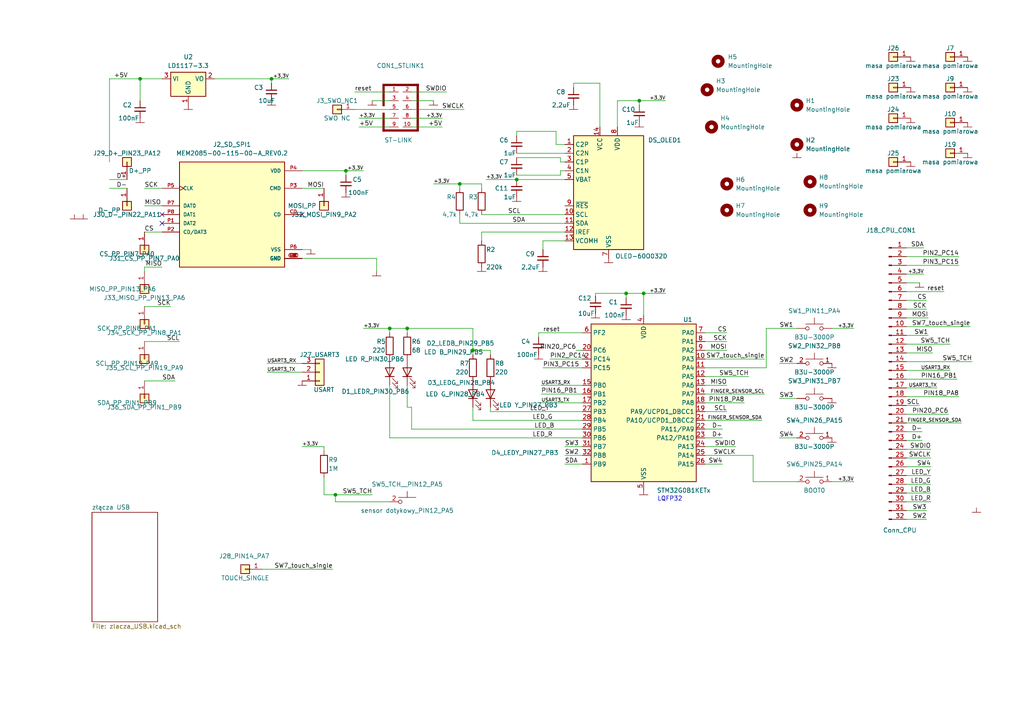
<source format=kicad_sch>
(kicad_sch (version 20250114) (generator "eeschema") (generator_version "9.0")
  (paper "A4")
  (title_block (title "Secure input PEN") (date "2024-07-23") (rev "1.0") (company "Wojtek & co"))
  (text "LQFP32" (at 194.31 144.78 0) (effects (font (size 1.27 1.27))))
  (junction (at 78.74 22.86))
  (junction (at 137.16 101.6))
  (junction (at 100.33 49.53))
  (junction (at 186.69 85.09))
  (junction (at 118.11 95.25))
  (junction (at 185.42 29.21))
  (junction (at 40.64 22.86))
  (junction (at 113.03 95.25))
  (junction (at 149.86 52.07))
  (junction (at 181.61 85.09))
  (junction (at 97.282 143.51))
  (junction (at 133.35 53.34))
  (no_connect (at 87.63 62.23))
  (no_connect (at 46.99 62.23))
  (no_connect (at 46.99 64.77))
  (wire (pts (xy 204.47 127) (xy 209.55 127)))
  (wire (pts (xy 204.47 129.54) (xy 213.36 129.54)))
  (wire (pts (xy 102.87 26.67) (xy 113.03 26.67)))
  (wire (pts (xy 149.86 50.8) (xy 162.56 50.8)))
  (wire (pts (xy 113.03 111.76) (xy 113.03 127)))
  (wire (pts (xy 262.89 82.042) (xy 266.7 82.042)))
  (wire (pts (xy 156.972 116.84) (xy 168.91 116.84)))
  (wire (pts (xy 262.89 130.302) (xy 270.002 130.302)))
  (wire (pts (xy 204.47 99.06) (xy 210.82 99.06)))
  (wire (pts (xy 104.14 34.29) (xy 113.03 34.29)))
  (wire (pts (xy 137.16 118.11) (xy 137.16 121.92)))
  (wire (pts (xy 149.86 52.07) (xy 163.83 52.07)))
  (wire (pts (xy 262.89 120.142) (xy 275.082 120.142)))
  (wire (pts (xy 133.35 64.77) (xy 163.83 64.77)))
  (wire (pts (xy 262.89 143.002) (xy 270.002 143.002)))
  (wire (pts (xy 167.132 101.6) (xy 168.91 101.6)))
  (wire (pts (xy 262.89 107.442) (xy 275.59 107.442)))
  (wire (pts (xy 262.89 89.662) (xy 268.732 89.662)))
  (wire (pts (xy 262.89 127.762) (xy 267.462 127.762)))
  (wire (pts (xy 156.972 111.76) (xy 168.91 111.76)))
  (wire (pts (xy 119.38 124.46) (xy 168.91 124.46)))
  (wire (pts (xy 262.89 76.962) (xy 278.13 76.962)))
  (wire (pts (xy 119.38 118.11) (xy 119.38 124.46)))
  (wire (pts (xy 78.74 22.86) (xy 83.82 22.86)))
  (wire (pts (xy 142.24 101.6) (xy 137.16 101.6)))
  (wire (pts (xy 78.74 22.86) (xy 78.74 24.13)))
  (wire (pts (xy 104.14 36.83) (xy 113.03 36.83)))
  (wire (pts (xy 226.06 127) (xy 231.14 127)))
  (wire (pts (xy 41.91 54.61) (xy 46.99 54.61)))
  (wire (pts (xy 262.89 104.902) (xy 281.94 104.902)))
  (wire (pts (xy 262.89 92.202) (xy 269.24 92.202)))
  (wire (pts (xy 118.11 111.76) (xy 118.11 118.11)))
  (wire (pts (xy 77.47 107.95) (xy 87.63 107.95)))
  (wire (pts (xy 77.47 105.41) (xy 87.63 105.41)))
  (wire (pts (xy 149.86 39.37) (xy 149.86 38.1)))
  (wire (pts (xy 262.89 132.842) (xy 270.002 132.842)))
  (wire (pts (xy 262.89 79.502) (xy 267.97 79.502)))
  (wire (pts (xy 222.25 106.68) (xy 222.25 95.25)))
  (wire (pts (xy 262.89 112.522) (xy 271.78 112.522)))
  (wire (pts (xy 137.16 95.25) (xy 118.11 95.25)))
  (wire (pts (xy 262.89 117.602) (xy 266.7 117.602)))
  (wire (pts (xy 139.7 62.23) (xy 163.83 62.23)))
  (wire (pts (xy 262.89 74.422) (xy 278.13 74.422)))
  (wire (pts (xy 97.282 145.542) (xy 113.03 145.542)))
  (wire (pts (xy 262.89 150.622) (xy 268.732 150.622)))
  (wire (pts (xy 113.03 127) (xy 168.91 127)))
  (wire (pts (xy 139.7 69.85) (xy 139.7 67.31)))
  (wire (pts (xy 133.35 62.23) (xy 133.35 64.77)))
  (wire (pts (xy 109.22 74.93) (xy 109.22 78.74)))
  (wire (pts (xy 262.89 125.222) (xy 267.462 125.222)))
  (wire (pts (xy 133.35 53.34) (xy 139.7 53.34)))
  (wire (pts (xy 87.63 49.53) (xy 100.33 49.53)))
  (wire (pts (xy 262.89 115.062) (xy 278.13 115.062)))
  (wire (pts (xy 119.38 31.75) (xy 134.62 31.75)))
  (wire (pts (xy 262.89 109.982) (xy 277.622 109.982)))
  (wire (pts (xy 162.56 49.53) (xy 163.83 49.53)))
  (wire (pts (xy 149.86 38.1) (xy 161.29 38.1)))
  (wire (pts (xy 262.89 84.582) (xy 273.812 84.582)))
  (wire (pts (xy 93.98 138.43) (xy 93.98 143.51)))
  (wire (pts (xy 157.48 106.68) (xy 168.91 106.68)))
  (wire (pts (xy 204.47 111.76) (xy 210.82 111.76)))
  (wire (pts (xy 204.47 116.84) (xy 215.9 116.84)))
  (wire (pts (xy 162.56 45.72) (xy 162.56 46.99)))
  (wire (pts (xy 41.91 59.69) (xy 46.99 59.69)))
  (wire (pts (xy 140.97 52.07) (xy 149.86 52.07)))
  (wire (pts (xy 204.47 134.62) (xy 209.55 134.62)))
  (wire (pts (xy 204.47 106.68) (xy 222.25 106.68)))
  (wire (pts (xy 113.03 95.25) (xy 113.03 96.52)))
  (wire (pts (xy 262.89 71.882) (xy 267.97 71.882)))
  (wire (pts (xy 41.91 110.49) (xy 50.8 110.49)))
  (wire (pts (xy 204.47 121.92) (xy 220.98 121.92)))
  (wire (pts (xy 87.63 72.39) (xy 90.17 72.39)))
  (wire (pts (xy 137.16 95.25) (xy 137.16 101.6)))
  (wire (pts (xy 204.47 109.22) (xy 217.17 109.22)))
  (wire (pts (xy 262.89 140.462) (xy 270.002 140.462)))
  (wire (pts (xy 204.47 104.14) (xy 221.742 104.14)))
  (wire (pts (xy 163.83 129.54) (xy 168.91 129.54)))
  (wire (pts (xy 241.3 139.7) (xy 247.65 139.7)))
  (wire (pts (xy 118.11 95.25) (xy 113.03 95.25)))
  (wire (pts (xy 31.75 52.07) (xy 36.83 52.07)))
  (wire (pts (xy 172.72 85.09) (xy 181.61 85.09)))
  (wire (pts (xy 93.98 143.51) (xy 97.282 143.51)))
  (wire (pts (xy 31.75 54.61) (xy 36.83 54.61)))
  (wire (pts (xy 179.07 29.21) (xy 179.07 36.83)))
  (wire (pts (xy 262.89 99.822) (xy 275.59 99.822)))
  (wire (pts (xy 262.89 145.542) (xy 270.002 145.542)))
  (wire (pts (xy 97.282 143.51) (xy 97.282 145.542)))
  (wire (pts (xy 218.44 139.7) (xy 218.44 132.08)))
  (wire (pts (xy 226.06 105.41) (xy 231.14 105.41)))
  (wire (pts (xy 186.69 85.09) (xy 193.04 85.09)))
  (wire (pts (xy 185.42 30.48) (xy 185.42 29.21)))
  (wire (pts (xy 40.64 22.86) (xy 31.75 22.86)))
  (wire (pts (xy 100.33 49.53) (xy 100.33 50.8)))
  (wire (pts (xy 149.86 44.45) (xy 163.83 44.45)))
  (wire (pts (xy 40.64 22.86) (xy 40.64 29.21)))
  (wire (pts (xy 163.83 134.62) (xy 168.91 134.62)))
  (wire (pts (xy 119.38 34.29) (xy 128.27 34.29)))
  (wire (pts (xy 222.25 95.25) (xy 231.14 95.25)))
  (wire (pts (xy 163.83 132.08) (xy 168.91 132.08)))
  (wire (pts (xy 142.24 102.87) (xy 142.24 101.6)))
  (wire (pts (xy 102.87 31.75) (xy 113.03 31.75)))
  (wire (pts (xy 204.47 132.08) (xy 218.44 132.08)))
  (wire (pts (xy 41.91 77.47) (xy 41.91 78.74)))
  (wire (pts (xy 157.48 69.85) (xy 163.83 69.85)))
  (wire (pts (xy 119.38 29.21) (xy 125.73 29.21)))
  (wire (pts (xy 137.16 121.92) (xy 168.91 121.92)))
  (wire (pts (xy 262.89 148.082) (xy 268.732 148.082)))
  (wire (pts (xy 161.29 41.91) (xy 163.83 41.91)))
  (wire (pts (xy 262.89 97.282) (xy 269.24 97.282)))
  (wire (pts (xy 168.91 119.38) (xy 142.24 119.38)))
  (wire (pts (xy 87.63 129.54) (xy 93.98 129.54)))
  (wire (pts (xy 107.95 29.21) (xy 113.03 29.21)))
  (wire (pts (xy 139.7 53.34) (xy 139.7 54.61)))
  (wire (pts (xy 62.23 22.86) (xy 78.74 22.86)))
  (wire (pts (xy 156.21 97.79) (xy 156.21 96.52)))
  (wire (pts (xy 46.99 77.47) (xy 41.91 77.47)))
  (wire (pts (xy 41.91 88.9) (xy 49.53 88.9)))
  (wire (pts (xy 156.972 114.3) (xy 168.91 114.3)))
  (wire (pts (xy 139.7 67.31) (xy 163.83 67.31)))
  (wire (pts (xy 31.75 22.86) (xy 31.75 46.99)))
  (wire (pts (xy 262.89 135.382) (xy 270.002 135.382)))
  (wire (pts (xy 119.38 26.67) (xy 129.54 26.67)))
  (wire (pts (xy 231.14 139.7) (xy 218.44 139.7)))
  (wire (pts (xy 204.47 96.52) (xy 210.82 96.52)))
  (wire (pts (xy 241.3 95.25) (xy 247.65 95.25)))
  (wire (pts (xy 204.47 124.46) (xy 209.55 124.46)))
  (wire (pts (xy 133.35 53.34) (xy 133.35 54.61)))
  (wire (pts (xy 262.89 94.742) (xy 281.432 94.742)))
  (wire (pts (xy 173.99 24.13) (xy 173.99 36.83)))
  (wire (pts (xy 172.72 85.852) (xy 172.72 85.09)))
  (wire (pts (xy 156.21 96.52) (xy 168.91 96.52)))
  (wire (pts (xy 118.11 96.52) (xy 118.11 95.25)))
  (wire (pts (xy 226.06 115.57) (xy 231.14 115.57)))
  (wire (pts (xy 87.63 74.93) (xy 109.22 74.93)))
  (wire (pts (xy 100.33 49.53) (xy 105.41 49.53)))
  (wire (pts (xy 157.48 72.39) (xy 157.48 69.85)))
  (wire (pts (xy 262.89 87.122) (xy 268.732 87.122)))
  (wire (pts (xy 76.2 165.1) (xy 96.52 165.1)))
  (wire (pts (xy 105.41 95.25) (xy 113.03 95.25)))
  (wire (pts (xy 204.47 119.38) (xy 210.82 119.38)))
  (wire (pts (xy 181.61 86.36) (xy 181.61 85.09)))
  (wire (pts (xy 137.16 102.87) (xy 137.16 101.6)))
  (wire (pts (xy 161.29 38.1) (xy 161.29 41.91)))
  (wire (pts (xy 185.42 29.21) (xy 179.07 29.21)))
  (wire (pts (xy 40.64 22.86) (xy 46.99 22.86)))
  (wire (pts (xy 149.86 45.72) (xy 162.56 45.72)))
  (wire (pts (xy 41.91 99.06) (xy 52.07 99.06)))
  (wire (pts (xy 93.98 129.54) (xy 93.98 130.81)))
  (wire (pts (xy 262.89 122.682) (xy 278.892 122.682)))
  (wire (pts (xy 181.61 85.09) (xy 186.69 85.09)))
  (wire (pts (xy 87.63 54.61) (xy 93.98 54.61)))
  (wire (pts (xy 262.89 102.362) (xy 270.51 102.362)))
  (wire (pts (xy 186.69 85.09) (xy 186.69 91.44)))
  (wire (pts (xy 159.512 104.14) (xy 168.91 104.14)))
  (wire (pts (xy 162.56 46.99) (xy 163.83 46.99)))
  (wire (pts (xy 204.47 114.3) (xy 221.742 114.3)))
  (wire (pts (xy 41.91 67.31) (xy 46.99 67.31)))
  (wire (pts (xy 125.73 53.34) (xy 133.35 53.34)))
  (wire (pts (xy 262.89 137.922) (xy 270.002 137.922)))
  (wire (pts (xy 166.37 24.13) (xy 173.99 24.13)))
  (wire (pts (xy 97.282 143.51) (xy 107.95 143.51)))
  (wire (pts (xy 119.38 36.83) (xy 128.27 36.83)))
  (wire (pts (xy 142.24 118.11) (xy 142.24 119.38)))
  (wire (pts (xy 185.42 29.21) (xy 193.04 29.21)))
  (wire (pts (xy 162.56 50.8) (xy 162.56 49.53)))
  (wire (pts (xy 118.11 118.11) (xy 119.38 118.11)))
  (wire (pts (xy 166.37 25.4) (xy 166.37 24.13)))
  (wire (pts (xy 204.47 101.6) (xy 210.82 101.6)))
  (label "USART3_TX" (at 77.47 107.95 0) (effects (font (size 1 1))))
  (label "MOSI" (at 269.24 92.202 180))
  (label "MISO" (at 270.51 102.362 180))
  (label "SDA" (at 50.8 110.49 180))
  (label "SW2" (at 226.06 105.41 0))
  (label "MOSI" (at 210.82 101.6 180))
  (label "LED_R" (at 154.432 127 0))
  (label "+3,3V" (at 193.04 85.09 180) (effects (font (size 1 1))))
  (label "LED_G" (at 154.432 121.92 0))
  (label "USART3_RX" (at 77.47 105.41 0) (effects (font (size 1 1))))
  (label "LED_Y" (at 270.002 137.922 180))
  (label "PIN16_PB1" (at 156.972 114.3 0))
  (label "+3,3V" (at 128.27 34.29 180) (effects (font (size 1 1))))
  (label "SDA" (at 148.59 64.77 0))
  (label "SW5_TCH" (at 217.17 109.22 180))
  (label "SW5_TCH" (at 275.59 99.822 180))
  (label "+5V" (at 104.14 36.83 0))
  (label "D-" (at 36.83 54.61 180))
  (label "SWDIO" (at 213.36 129.54 180))
  (label "LED_G" (at 270.002 140.462 180))
  (label "MOSI" (at 93.98 54.61 180))
  (label "SCK" (at 49.53 88.9 180))
  (label "SWDIO" (at 129.54 26.67 180))
  (label "PIN2_PC14" (at 278.13 74.422 180))
  (label "+3,3V" (at 125.73 53.34 0) (effects (font (size 1 1))))
  (label "SCL" (at 52.07 99.06 180))
  (label "+3,3V" (at 83.82 22.86 180) (effects (font (size 1 1))))
  (label "SW1" (at 226.06 95.25 0))
  (label "+5V" (at 128.27 36.83 180))
  (label "SCL" (at 147.32 62.23 0))
  (label "CS" (at 268.732 87.122 180))
  (label "+3,3V" (at 104.14 34.29 0) (effects (font (size 1 1))))
  (label "+3,3V" (at 105.41 95.25 0) (effects (font (size 1 1))))
  (label "SW1" (at 269.24 97.282 180))
  (label "D+" (at 267.462 127.762 180))
  (label "PIN16_PB1" (at 277.622 109.982 180))
  (label "FINGER_SENSOR_SDA" (at 220.98 121.92 180) (effects (font (size 1 1))))
  (label "SCL" (at 266.7 117.602 180))
  (label "PIN3_PC15" (at 278.13 76.962 180))
  (label "SW3" (at 226.06 115.57 0))
  (label "D-" (at 267.462 125.222 180))
  (label "SDA" (at 267.97 71.882 180))
  (label "PIN18_PA8" (at 215.9 116.84 180))
  (label "USART3_TX" (at 271.78 112.522 180) (effects (font (size 1 1))))
  (label "LED_R" (at 270.002 145.542 180))
  (label "SW2" (at 163.83 132.08 0))
  (label "SW3" (at 268.732 148.082 180))
  (label "reset" (at 157.48 96.52 0))
  (label "LED_B" (at 270.002 143.002 180))
  (label "reset" (at 273.812 84.582 180))
  (label "FINGER_SENSOR_SCL" (at 221.742 114.3 180) (effects (font (size 1 1))))
  (label "SCL" (at 210.82 119.38 180))
  (label "SDA" (at 163.83 134.62 0))
  (label "SW7_touch_single" (at 96.52 165.1 180))
  (label "PIN3_PC15" (at 157.48 106.68 0))
  (label "reset" (at 102.87 26.67 0))
  (label "LED_B" (at 154.94 124.46 0))
  (label "+3,3V" (at 247.65 95.25 180) (effects (font (size 1 1))))
  (label "USART3_RX" (at 156.972 111.76 0) (effects (font (size 1 1))))
  (label "SCK" (at 268.732 89.662 180))
  (label "+3,3V" (at 247.65 139.7 180) (effects (font (size 1 1))))
  (label "CS" (at 210.82 96.52 180))
  (label "SWDIO" (at 270.002 130.302 180))
  (label "PIN20_PC6" (at 275.082 120.142 180))
  (label "SW5_TCH" (at 281.94 104.902 180))
  (label "MISO" (at 46.99 77.47 180))
  (label "D+" (at 209.55 127 180))
  (label "LED_Y" (at 153.67 119.38 0))
  (label "+5V" (at 33.02 22.86 0))
  (label "SW3" (at 163.83 129.54 0))
  (label "SW4" (at 270.002 135.382 180))
  (label "FINGER_SENSOR_SDA" (at 278.892 122.682 180) (effects (font (size 1 1))))
  (label "USART3_RX" (at 275.59 107.442 180) (effects (font (size 1 1))))
  (label "+3,3V" (at 105.41 49.53 180) (effects (font (size 1 1))))
  (label "+3,3V" (at 267.97 79.502 180) (effects (font (size 1 1))))
  (label "SWCLK" (at 270.002 132.842 180))
  (label "SW7_touch_single" (at 221.742 104.14 180))
  (label "SCK" (at 210.82 99.06 180))
  (label "+3,3V" (at 87.63 129.54 0) (effects (font (size 1 1))))
  (label "SWCLK" (at 213.36 132.08 180))
  (label "D-" (at 209.55 124.46 180))
  (label "SW4" (at 226.06 127 0))
  (label "SCK" (at 41.91 54.61 0))
  (label "D+" (at 36.83 52.07 180))
  (label "SW7_touch_single" (at 281.432 94.742 180))
  (label "MISO" (at 210.82 111.76 180))
  (label "PIN2_PC14" (at 159.512 104.14 0))
  (label "USART3_TX" (at 156.972 116.84 0) (effects (font (size 1 1))))
  (label "SWCLK" (at 134.62 31.75 180))
  (label "PIN20_PC6" (at 167.132 101.6 180))
  (label "PIN18_PA8" (at 278.13 115.062 180))
  (label "SW4" (at 209.55 134.62 180))
  (label "SW2" (at 268.732 150.622 180))
  (label "MISO" (at 41.91 59.69 0))
  (label "CS" (at 41.91 67.31 0))
  (label "+3,3V" (at 140.97 52.07 0) (effects (font (size 1 1))))
  (label "+3,3V" (at 193.04 29.21 180) (effects (font (size 1 1))))
  (label "SW5_TCH" (at 107.95 143.51 180))
  (symbol (lib_id "sp3jdz:masa") (at 264.16 25.4 0) (unit 1)
    (property "Reference" "#PWR035" (effects (hide yes)))
    (property "Value" "masa" (effects (hide yes)))
  )
  (symbol (lib_id "Connector_Generic:Conn_01x01") (at 41.91 104.14 270) (unit 1)
    (property "Reference" "J35_SCL_PP_PIN19_PA9" (at 41.91 106.68 90))
    (property "Value" "SCL_PP_PIN19_PA9" (at 36.83 105.41 90))
    (property "Footprint" "foots:1_PIN" (effects (hide yes)))
    (property "Description" "Generic connector, single row, 01x01, script generated (kicad-library-utils/schlib/autogen/connector/)" (effects (hide yes)))
  )
  (symbol (lib_id "Device:R") (at 113.03 100.33 0) (unit 1)
    (property "Reference" "R5" (at 109.22 99.06 0) (effects (justify left)))
    (property "Value" "220" (at 107.95 101.6 0) (effects (justify left)))
    (property "Footprint" "Resistor_SMD:R_0805_2012Metric_Pad1.20x1.40mm_HandSolder" (effects (hide yes)))
    (property "Description" "Resistor" (effects (hide yes)))
  )
  (symbol (lib_id "Connector_Generic:Conn_01x01") (at 275.59 44.45 180) (unit 1)
    (property "Reference" "J19" (at 275.59 41.91 0))
    (property "Value" "masa pomiarowa" (at 275.59 46.99 0))
    (property "Footprint" "foots:masa_pomiarowa" (effects (hide yes)))
    (property "Description" "Generic connector, single row, 01x01, script generated (kicad-library-utils/schlib/autogen/connector/)" (effects (hide yes)))
  )
  (symbol (lib_id "Mechanical:MountingHole") (at 205.105 26.035 0) (unit 1) (exclude_from_sim yes) (in_bom no)
    (property "Reference" "H3" (at 207.645 23.4949 0) (effects (justify left)))
    (property "Value" "MountingHole" (at 207.645 26.0349 0) (effects (justify left)))
    (property "Footprint" "MountingHole:MountingHole_3.2mm_M3" (effects (hide yes)))
    (property "Description" "Mounting Hole without connection" (effects (hide yes)))
  )
  (symbol (lib_id "sp3jdz:masa") (at 166.37 30.48 0) (unit 1)
    (property "Reference" "#PWR019" (effects (hide yes)))
    (property "Value" "masa" (effects (hide yes)))
  )
  (symbol (lib_id "Mechanical:MountingHole") (at 231.14 41.91 0) (unit 1) (exclude_from_sim yes) (in_bom no)
    (property "Reference" "H2" (at 233.68 40.6399 0) (effects (justify left)))
    (property "Value" "MountingHole" (at 233.68 43.1799 0) (effects (justify left)))
    (property "Footprint" "MountingHole:MountingHole_3.2mm_M3" (effects (hide yes)))
    (property "Description" "Mounting Hole without connection" (effects (hide yes)))
  )
  (symbol (lib_id "sp3jdz:masa") (at 280.67 25.4 0) (unit 1)
    (property "Reference" "#PWR032" (effects (hide yes)))
    (property "Value" "masa" (effects (hide yes)))
  )
  (symbol (lib_id "Connector_Generic:Conn_01x01") (at 41.91 72.39 270) (unit 1)
    (property "Reference" "J31_CS_PP_PIN7_PA0" (at 41.91 74.93 90))
    (property "Value" "CS_PP_PIN7_PA0" (at 36.83 73.66 90))
    (property "Footprint" "foots:1_PIN" (effects (hide yes)))
    (property "Description" "Generic connector, single row, 01x01, script generated (kicad-library-utils/schlib/autogen/connector/)" (effects (hide yes)))
  )
  (symbol (lib_id "Device:R") (at 139.7 58.42 0) (unit 1)
    (property "Reference" "R3" (at 135.89 57.15 0) (effects (justify left)))
    (property "Value" "4,7k" (at 134.62 62.23 0) (effects (justify left)))
    (property "Footprint" "Resistor_SMD:R_0805_2012Metric_Pad1.20x1.40mm_HandSolder" (effects (hide yes)))
    (property "Description" "Resistor" (effects (hide yes)))
  )
  (symbol (lib_id "Mechanical:MountingHole") (at 210.82 53.34 0) (unit 1) (exclude_from_sim yes) (in_bom no)
    (property "Reference" "H6" (at 213.36 52.0699 0) (effects (justify left)))
    (property "Value" "MountingHole" (at 213.36 54.6099 0) (effects (justify left)))
    (property "Footprint" "MountingHole:MountingHole_3.2mm_M3" (effects (hide yes)))
    (property "Description" "Mounting Hole without connection" (effects (hide yes)))
  )
  (symbol (lib_id "Mechanical:MountingHole") (at 208.28 17.78 0) (unit 1) (exclude_from_sim yes) (in_bom no)
    (property "Reference" "H5" (at 211.074 16.5099 0) (effects (justify left)))
    (property "Value" "MountingHole" (at 211.074 19.0499 0) (effects (justify left)))
    (property "Footprint" "secure_input_pen:MountingHole_2mm" (effects (hide yes)))
    (property "Description" "Mounting Hole without connection" (effects (hide yes)))
  )
  (symbol (lib_id "Device:R") (at 133.35 58.42 0) (unit 1)
    (property "Reference" "R4" (at 129.54 57.15 0) (effects (justify left)))
    (property "Value" "4,7k" (at 128.27 62.23 0) (effects (justify left)))
    (property "Footprint" "Resistor_SMD:R_0805_2012Metric_Pad1.20x1.40mm_HandSolder" (effects (hide yes)))
    (property "Description" "Resistor" (effects (hide yes)))
  )
  (symbol (lib_id "sp3jdz:masa") (at 241.3 127 0) (unit 1)
    (property "Reference" "#PWR026" (effects (hide yes)))
    (property "Value" "masa" (effects (hide yes)))
  )
  (symbol (lib_id "Mechanical:MountingHole") (at 234.95 60.96 0) (unit 1) (exclude_from_sim yes) (in_bom no)
    (property "Reference" "H9" (at 237.49 59.6899 0) (effects (justify left)))
    (property "Value" "MountingHole" (at 237.49 62.2299 0) (effects (justify left)))
    (property "Footprint" "MountingHole:MountingHole_3.2mm_M3" (effects (hide yes)))
    (property "Description" "Mounting Hole without connection" (effects (hide yes)))
  )
  (symbol (lib_id "Switch:SW_Omron_B3FS") (at 236.22 95.25 0) (unit 1)
    (property "Reference" "SW1_PIN11_PA4" (at 236.22 90.17 0))
    (property "Value" "B3U-3000P" (at 236.22 97.79 0))
    (property "Footprint" "Button_Switch_THT:SW_PUSH_6mm_H4.3mm" (effects (hide yes)))
    (property "Datasheet" "https://omronfs.omron.com/en_US/ecb/products/pdf/en-b3fs.pdf" (effects (hide yes)))
    (property "Description" "Omron B3FS 6x6mm single pole normally-open tactile switch" (effects (hide yes)))
  )
  (symbol (lib_id "Device:R") (at 137.16 106.68 0) (unit 1)
    (property "Reference" "R7" (at 133.35 105.41 0) (effects (justify left)))
    (property "Value" "220" (at 132.08 107.95 0) (effects (justify left)))
    (property "Footprint" "Resistor_SMD:R_0805_2012Metric_Pad1.20x1.40mm_HandSolder" (effects (hide yes)))
    (property "Description" "Resistor" (effects (hide yes)))
  )
  (symbol (lib_id "Device:C_Small") (at 185.42 33.02 0) (unit 1)
    (property "Reference" "C10" (at 180.34 31.75 0) (effects (justify left)))
    (property "Value" "1uF" (at 181.61 35.56 0) (effects (justify left)))
    (property "Footprint" "Capacitor_SMD:C_0805_2012Metric_Pad1.18x1.45mm_HandSolder" (effects (hide yes)))
    (property "Description" "Unpolarized capacitor, small symbol" (effects (hide yes)))
  )
  (symbol (lib_name "SW_Omron_B3FS_3") (lib_id "Switch:SW_Omron_B3FS") (at 118.11 145.542 0) (mirror y) (unit 1)
    (property "Reference" "SW5_TCH__PIN12_PA5" (at 118.11 140.462 0))
    (property "Value" "sensor dotykowy_PIN12_PA5" (at 118.11 148.082 0))
    (property "Footprint" "secure_input_pen:conn_touch" (effects (hide yes)))
    (property "Datasheet" "https://omronfs.omron.com/en_US/ecb/products/pdf/en-b3fs.pdf" (effects (hide yes)))
    (property "Description" "Omron B3FS 6x6mm single pole normally-open tactile switch" (effects (hide yes)))
  )
  (symbol (lib_id "Connector_Generic:Conn_01x01") (at 41.91 93.98 270) (unit 1)
    (property "Reference" "J34_SCK_PP_PIN8_PA1" (at 41.91 96.52 90))
    (property "Value" "SCK_PP_PIN8_PA1" (at 36.83 95.25 90))
    (property "Footprint" "foots:1_PIN" (effects (hide yes)))
    (property "Description" "Generic connector, single row, 01x01, script generated (kicad-library-utils/schlib/autogen/connector/)" (effects (hide yes)))
  )
  (symbol (lib_id "Mechanical:MountingHole") (at 206.375 36.83 0) (unit 1) (exclude_from_sim yes) (in_bom no)
    (property "Reference" "H4" (at 208.915 34.2899 0) (effects (justify left)))
    (property "Value" "MountingHole" (at 208.915 36.8299 0) (effects (justify left)))
    (property "Footprint" "MountingHole:MountingHole_3.2mm_M3" (effects (hide yes)))
    (property "Description" "Mounting Hole without connection" (effects (hide yes)))
  )
  (symbol (lib_id "Regulator_Linear:AMS1117-3.3") (at 54.61 22.86 0) (unit 1)
    (property "Reference" "U2" (at 54.61 16.51 0))
    (property "Value" "LD1117-3.3" (at 54.61 19.05 0))
    (property "Footprint" "Package_TO_SOT_SMD:SOT-223-3_TabPin2" (effects (hide yes)))
    (property "Datasheet" "http://www.advanced-monolithic.com/pdf/ds1117.pdf" (effects (hide yes)))
    (property "Description" "1A Low Dropout regulator, positive, 3.3V fixed output, SOT-223" (effects (hide yes)))
  )
  (symbol (lib_id "Device:C_Small") (at 157.48 74.93 0) (unit 1)
    (property "Reference" "C9" (at 152.4 73.66 0) (effects (justify left)))
    (property "Value" "2,2uF" (at 151.13 77.47 0) (effects (justify left)))
    (property "Footprint" "Capacitor_SMD:C_0805_2012Metric_Pad1.18x1.45mm_HandSolder" (effects (hide yes)))
    (property "Description" "Unpolarized capacitor, small symbol" (effects (hide yes)))
  )
  (symbol (lib_id "Device:LED") (at 113.03 107.95 90) (unit 1)
    (property "Reference" "D1_LEDR_PIN30_PB6" (at 99.06 113.538 90) (effects (justify right)))
    (property "Value" "LED R_PIN30_PB6" (at 100.076 104.14 90) (effects (justify right)))
    (property "Footprint" "LED_THT:LED_D3.0mm_Clear" (effects (hide yes)))
    (property "Description" "Light emitting diode" (effects (hide yes)))
  )
  (symbol (lib_id "Device:C_Small") (at 78.74 26.67 0) (unit 1)
    (property "Reference" "C3" (at 73.66 25.4 0) (effects (justify left)))
    (property "Value" "10uF" (at 74.93 29.21 0) (effects (justify left)))
    (property "Footprint" "Capacitor_SMD:C_0805_2012Metric_Pad1.18x1.45mm_HandSolder" (effects (hide yes)))
    (property "Description" "Unpolarized capacitor, small symbol" (effects (hide yes)))
  )
  (symbol (lib_id "sp3jdz:ISP-10") (at 118.11 31.75 0) (unit 1)
    (property "Reference" "CON1_STLINK1" (at 116.205 19.05 0))
    (property "Value" "ST-LINK" (at 115.57 40.64 0))
    (property "Footprint" "foots:IDC-10_wieksze_pady" (effects (hide yes)))
    (property "Description" "Standard IDC10 Male Connector, ISP Kanda" (effects (hide yes)))
  )
  (symbol (lib_id "symbole:MEM2085-00-115-00-A_REV0.2") (at 67.31 62.23 0) (unit 1)
    (property "Reference" "J2_SD_SPI1" (at 67.31 41.91 0))
    (property "Value" "MEM2085-00-115-00-A_REV0.2" (at 67.31 44.45 0))
    (property "Footprint" "foots_secure_pen:GCT_MEM2085-00-115-00-A_REV0.2" (effects (hide yes)))
    (property "MF" "Global Connector Technology" (effects (hide yes)))
    (property "MAXIMUM_PACKAGE_HEIGHT" "1.15 mm" (effects (hide yes)))
    (property "Package" "None" (effects (hide yes)))
    (property "Price" "None" (effects (hide yes)))
    (property "Check_prices" "https://www.snapeda.com/parts/MEM2085-00-115-00-A/Global+Connector+Technology/view-part/?ref=eda" (effects (hide yes)))
    (property "STANDARD" "Manufacturer Recommendations" (effects (hide yes)))
    (property "PARTREV" "0.2" (effects (hide yes)))
    (property "SnapEDA_Link" "https://www.snapeda.com/parts/MEM2085-00-115-00-A/Global+Connector+Technology/view-part/?ref=snap" (effects (hide yes)))
    (property "MP" "MEM2085-00-115-00-A" (effects (hide yes)))
    (property "Purchase-URL" "https://www.snapeda.com/api/url_track_click_mouser/?unipart_id=12404234&manufacturer=Global Connector Technology&part_name=MEM2085-00-115-00-A&search_term=mem2085" (effects (hide yes)))
    (property "Description_1" "\nMicroSD Push pull Memory Card Connector\n" (effects (hide yes)))
    (property "MANUFACTURER" "Global Connector Technology" (effects (hide yes)))
    (property "Availability" "In Stock" (effects (hide yes)))
    (property "SNAPEDA_PN" "MEM2085-00-115-00-A" (effects (hide yes)))
  )
  (symbol (lib_id "Device:C_Small") (at 172.72 88.392 0) (unit 1)
    (property "Reference" "C12" (at 167.64 86.487 0) (effects (justify left)))
    (property "Value" "10uF" (at 167.64 90.932 0) (effects (justify left)))
    (property "Footprint" "Capacitor_SMD:C_0805_2012Metric_Pad1.18x1.45mm_HandSolder" (effects (hide yes)))
    (property "Description" "Unpolarized capacitor, small symbol" (effects (hide yes)))
  )
  (symbol (lib_id "sp3jdz:masa") (at 90.17 72.39 0) (unit 1)
    (property "Reference" "#PWR012" (effects (hide yes)))
    (property "Value" "masa" (effects (hide yes)))
  )
  (symbol (lib_id "sp3jdz:masa") (at 24.13 62.23 0) (unit 1)
    (property "Reference" "#PWR04" (effects (hide yes)))
    (property "Value" "masa" (effects (hide yes)))
  )
  (symbol (lib_id "Device:C_Small") (at 166.37 27.94 0) (unit 1)
    (property "Reference" "C8" (at 161.29 26.67 0) (effects (justify left)))
    (property "Value" "2,2uF" (at 160.02 30.48 0) (effects (justify left)))
    (property "Footprint" "Capacitor_SMD:C_0805_2012Metric_Pad1.18x1.45mm_HandSolder" (effects (hide yes)))
    (property "Description" "Unpolarized capacitor, small symbol" (effects (hide yes)))
  )
  (symbol (lib_id "sp3jdz:masa") (at 181.61 91.44 0) (unit 1)
    (property "Reference" "#PWR03" (effects (hide yes)))
    (property "Value" "masa" (effects (hide yes)))
  )
  (symbol (lib_id "Device:C_Small") (at 149.86 48.26 0) (unit 1)
    (property "Reference" "C7" (at 144.78 46.99 0) (effects (justify left)))
    (property "Value" "1uF" (at 146.05 50.8 0) (effects (justify left)))
    (property "Footprint" "Capacitor_SMD:C_0805_2012Metric_Pad1.18x1.45mm_HandSolder" (effects (hide yes)))
    (property "Description" "Unpolarized capacitor, small symbol" (effects (hide yes)))
  )
  (symbol (lib_id "sp3jdz:masa") (at 107.95 29.21 0) (unit 1)
    (property "Reference" "#PWR010" (effects (hide yes)))
    (property "Value" "masa" (effects (hide yes)))
  )
  (symbol (lib_id "sp3jdz:masa") (at 283.21 147.32 0) (unit 1)
    (property "Reference" "#PWR029" (effects (hide yes)))
    (property "Value" "masa" (effects (hide yes)))
  )
  (symbol (lib_id "Device:R") (at 139.7 73.66 0) (unit 1)
    (property "Reference" "R2" (at 140.97 72.39 0) (effects (justify left)))
    (property "Value" "220k" (at 140.97 77.47 0) (effects (justify left)))
    (property "Footprint" "Resistor_SMD:R_0805_2012Metric_Pad1.20x1.40mm_HandSolder" (effects (hide yes)))
    (property "Description" "Resistor" (effects (hide yes)))
  )
  (symbol (lib_id "sp3jdz:masa") (at 264.16 46.99 0) (unit 1)
    (property "Reference" "#PWR037" (effects (hide yes)))
    (property "Value" "masa" (effects (hide yes)))
  )
  (symbol (lib_id "Connector_Generic:Conn_01x01") (at 275.59 35.56 180) (unit 1)
    (property "Reference" "J10" (at 275.59 33.02 0))
    (property "Value" "masa pomiarowa" (at 275.59 38.1 0))
    (property "Footprint" "foots:masa_pomiarowa" (effects (hide yes)))
    (property "Description" "Generic connector, single row, 01x01, script generated (kicad-library-utils/schlib/autogen/connector/)" (effects (hide yes)))
  )
  (symbol (lib_id "Connector_Generic:Conn_01x01") (at 275.59 25.4 180) (unit 1)
    (property "Reference" "J9" (at 275.59 22.86 0))
    (property "Value" "masa pomiarowa" (at 275.59 27.94 0))
    (property "Footprint" "foots:masa_pomiarowa" (effects (hide yes)))
    (property "Description" "Generic connector, single row, 01x01, script generated (kicad-library-utils/schlib/autogen/connector/)" (effects (hide yes)))
  )
  (symbol (lib_id "Device:C_Small") (at 149.86 54.61 0) (unit 1)
    (property "Reference" "C11" (at 143.51 54.61 0) (effects (justify left)))
    (property "Value" "1uF" (at 146.05 57.15 0) (effects (justify left)))
    (property "Footprint" "Capacitor_SMD:C_0805_2012Metric_Pad1.18x1.45mm_HandSolder" (effects (hide yes)))
    (property "Description" "Unpolarized capacitor, small symbol" (effects (hide yes)))
  )
  (symbol (lib_id "Connector_Generic:Conn_01x01") (at 259.08 25.4 180) (unit 1)
    (property "Reference" "J23" (at 259.08 22.86 0))
    (property "Value" "masa pomiarowa" (at 259.08 27.94 0))
    (property "Footprint" "foots:masa_pomiarowa" (effects (hide yes)))
    (property "Description" "Generic connector, single row, 01x01, script generated (kicad-library-utils/schlib/autogen/connector/)" (effects (hide yes)))
  )
  (symbol (lib_id "sp3jdz:masa") (at 100.33 55.88 0) (unit 1)
    (property "Reference" "#PWR014" (effects (hide yes)))
    (property "Value" "masa" (effects (hide yes)))
  )
  (symbol (lib_id "Connector_Generic:Conn_01x01") (at 36.83 59.69 270) (unit 1)
    (property "Reference" "J30_D-_PIN22_PA11" (at 36.83 62.23 90))
    (property "Value" "D-_PP" (at 31.75 60.96 90))
    (property "Footprint" "foots:1_PIN" (effects (hide yes)))
    (property "Description" "Generic connector, single row, 01x01, script generated (kicad-library-utils/schlib/autogen/connector/)" (effects (hide yes)))
  )
  (symbol (lib_id "sp3jdz:masa") (at 280.67 35.56 0) (unit 1)
    (property "Reference" "#PWR033" (effects (hide yes)))
    (property "Value" "masa" (effects (hide yes)))
  )
  (symbol (lib_id "Switch:SW_Omron_B3FS") (at 236.22 115.57 0) (unit 1)
    (property "Reference" "SW3_PIN31_PB7" (at 236.22 110.49 0))
    (property "Value" "B3U-3000P" (at 236.22 118.11 0))
    (property "Footprint" "Button_Switch_THT:SW_PUSH_6mm_H4.3mm" (effects (hide yes)))
    (property "Datasheet" "https://omronfs.omron.com/en_US/ecb/products/pdf/en-b3fs.pdf" (effects (hide yes)))
    (property "Description" "Omron B3FS 6x6mm single pole normally-open tactile switch" (effects (hide yes)))
  )
  (symbol (lib_id "Device:R") (at 93.98 134.62 0) (unit 1)
    (property "Reference" "R9" (at 95.25 133.35 0) (effects (justify left)))
    (property "Value" "1M" (at 95.25 135.89 0) (effects (justify left)))
    (property "Footprint" "Resistor_SMD:R_0805_2012Metric_Pad1.20x1.40mm_HandSolder" (effects (hide yes)))
    (property "Description" "Resistor" (effects (hide yes)))
  )
  (symbol (lib_name "SW_Omron_B3FS_2") (lib_id "Switch:SW_Omron_B3FS") (at 236.22 139.7 0) (mirror y) (unit 1)
    (property "Reference" "SW6_PIN25_PA14" (at 236.22 134.62 0))
    (property "Value" "BOOT0" (at 236.22 142.24 0))
    (property "Footprint" "Button_Switch_THT:SW_PUSH_6mm_H4.3mm" (effects (hide yes)))
    (property "Datasheet" "https://omronfs.omron.com/en_US/ecb/products/pdf/en-b3fs.pdf" (effects (hide yes)))
    (property "Description" "Omron B3FS 6x6mm single pole normally-open tactile switch" (effects (hide yes)))
  )
  (symbol (lib_id "sp3jdz:masa") (at 139.7 77.47 0) (unit 1)
    (property "Reference" "#PWR022" (effects (hide yes)))
    (property "Value" "masa" (effects (hide yes)))
  )
  (symbol (lib_id "Connector_Generic:Conn_01x01") (at 259.08 34.29 180) (unit 1)
    (property "Reference" "J24" (at 259.08 31.75 0))
    (property "Value" "masa pomiarowa" (at 259.08 36.83 0))
    (property "Footprint" "foots:masa_pomiarowa" (effects (hide yes)))
    (property "Description" "Generic connector, single row, 01x01, script generated (kicad-library-utils/schlib/autogen/connector/)" (effects (hide yes)))
  )
  (symbol (lib_id "sp3jdz:masa") (at 40.64 34.29 0) (unit 1)
    (property "Reference" "#PWR08" (effects (hide yes)))
    (property "Value" "masa" (effects (hide yes)))
  )
  (symbol (lib_id "sp3jdz:masa") (at 185.42 35.56 0) (unit 1)
    (property "Reference" "#PWR021" (effects (hide yes)))
    (property "Value" "masa" (effects (hide yes)))
  )
  (symbol (lib_id "sp3jdz:masa") (at 21.59 62.23 0) (unit 1)
    (property "Reference" "#PWR05" (effects (hide yes)))
    (property "Value" "masa" (effects (hide yes)))
  )
  (symbol (lib_id "sp3jdz:masa") (at 78.74 29.21 0) (unit 1)
    (property "Reference" "#PWR09" (effects (hide yes)))
    (property "Value" "masa" (effects (hide yes)))
  )
  (symbol (lib_id "Connector_Generic:Conn_01x01") (at 71.12 165.1 180) (unit 1)
    (property "Reference" "J28_PIN14_PA7" (at 70.866 161.29 0))
    (property "Value" "TOUCH_SINGLE" (at 71.12 167.64 0))
    (property "Footprint" "secure_input_pen:conn_touch_single" (effects (hide yes)))
    (property "Description" "Generic connector, single row, 01x01, script generated (kicad-library-utils/schlib/autogen/connector/)" (effects (hide yes)))
  )
  (symbol (lib_id "sp3jdz:masa") (at 280.67 16.51 0) (unit 1)
    (property "Reference" "#PWR031" (effects (hide yes)))
    (property "Value" "masa" (effects (hide yes)))
  )
  (symbol (lib_id "sp3jdz:masa") (at 280.67 44.45 0) (unit 1)
    (property "Reference" "#PWR034" (effects (hide yes)))
    (property "Value" "masa" (effects (hide yes)))
  )
  (symbol (lib_id "Device:C_Small") (at 181.61 88.9 0) (unit 1)
    (property "Reference" "C1" (at 176.53 87.63 0) (effects (justify left)))
    (property "Value" "100nF" (at 175.26 91.44 0) (effects (justify left)))
    (property "Footprint" "Capacitor_SMD:C_0805_2012Metric_Pad1.18x1.45mm_HandSolder" (effects (hide yes)))
    (property "Description" "Unpolarized capacitor, small symbol" (effects (hide yes)))
  )
  (symbol (lib_id "sp3jdz:masa") (at 54.61 30.48 0) (unit 1)
    (property "Reference" "#PWR02" (effects (hide yes)))
    (property "Value" "masa" (effects (hide yes)))
  )
  (symbol (lib_id "sp3jdz:masa") (at 172.72 90.932 0) (unit 1)
    (property "Reference" "#PWR030" (effects (hide yes)))
    (property "Value" "masa" (effects (hide yes)))
  )
  (symbol (lib_id "sp3jdz:masa") (at 157.48 77.47 0) (unit 1)
    (property "Reference" "#PWR018" (effects (hide yes)))
    (property "Value" "masa" (effects (hide yes)))
  )
  (symbol (lib_id "sp3jdz:masa") (at 241.3 105.41 0) (unit 1)
    (property "Reference" "#PWR024" (effects (hide yes)))
    (property "Value" "masa" (effects (hide yes)))
  )
  (symbol (lib_id "Connector_Generic:Conn_01x01") (at 97.79 31.75 180) (unit 1)
    (property "Reference" "J3_SWO_NC1" (at 97.79 29.21 0))
    (property "Value" "SWO NC" (at 97.79 34.29 0))
    (property "Footprint" "foots:1_PIN" (effects (hide yes)))
    (property "Description" "Generic connector, single row, 01x01, script generated (kicad-library-utils/schlib/autogen/connector/)" (effects (hide yes)))
  )
  (symbol (lib_id "Connector_Generic:Conn_01x01") (at 259.08 46.99 180) (unit 1)
    (property "Reference" "J25" (at 259.08 44.45 0))
    (property "Value" "masa pomiarowa" (at 259.08 49.53 0))
    (property "Footprint" "foots:masa_pomiarowa" (effects (hide yes)))
    (property "Description" "Generic connector, single row, 01x01, script generated (kicad-library-utils/schlib/autogen/connector/)" (effects (hide yes)))
  )
  (symbol (lib_id "Connector_Generic:Conn_01x01") (at 41.91 115.57 270) (unit 1)
    (property "Reference" "J36_SDA_PP_PIN1_PB9" (at 41.91 118.11 90))
    (property "Value" "SDA_PP_PIN1_PB9" (at 36.83 116.84 90))
    (property "Footprint" "foots:1_PIN" (effects (hide yes)))
    (property "Description" "Generic connector, single row, 01x01, script generated (kicad-library-utils/schlib/autogen/connector/)" (effects (hide yes)))
  )
  (symbol (lib_id "sp3jdz:masa") (at 241.3 115.57 0) (unit 1)
    (property "Reference" "#PWR025" (effects (hide yes)))
    (property "Value" "masa" (effects (hide yes)))
  )
  (symbol (lib_id "Connector_Generic:Conn_01x01") (at 93.98 59.69 270) (unit 1)
    (property "Reference" "J32_MOSI_PIN9_PA2" (at 93.98 62.23 90))
    (property "Value" "MOSI_PP" (at 87.63 59.69 90))
    (property "Footprint" "foots:1_PIN" (effects (hide yes)))
    (property "Description" "Generic connector, single row, 01x01, script generated (kicad-library-utils/schlib/autogen/connector/)" (effects (hide yes)))
  )
  (symbol (lib_id "Mechanical:MountingHole") (at 210.82 60.96 0) (unit 1) (exclude_from_sim yes) (in_bom no)
    (property "Reference" "H7" (at 213.36 59.6899 0) (effects (justify left)))
    (property "Value" "MountingHole" (at 213.36 62.2299 0) (effects (justify left)))
    (property "Footprint" "MountingHole:MountingHole_3.2mm_M3" (effects (hide yes)))
    (property "Description" "Mounting Hole without connection" (effects (hide yes)))
  )
  (symbol (lib_id "Device:R") (at 142.24 106.68 0) (unit 1)
    (property "Reference" "R8" (at 143.51 105.41 0) (effects (justify left)))
    (property "Value" "220" (at 143.51 107.95 0) (effects (justify left)))
    (property "Footprint" "Resistor_SMD:R_0805_2012Metric_Pad1.20x1.40mm_HandSolder" (effects (hide yes)))
    (property "Description" "Resistor" (effects (hide yes)))
  )
  (symbol (lib_id "sp3jdz:masa") (at 266.7 82.042 0) (unit 1)
    (property "Reference" "#PWR028" (effects (hide yes)))
    (property "Value" "masa" (effects (hide yes)))
  )
  (symbol (lib_id "Device:LED") (at 137.16 114.3 90) (unit 1)
    (property "Reference" "D3_LEDG_PIN28_PB4" (at 123.952 110.998 90) (effects (justify right)))
    (property "Value" "LED G_PIN28_PB4" (at 123.444 114.3 90) (effects (justify right)))
    (property "Footprint" "LED_THT:LED_D3.0mm_Clear" (effects (hide yes)))
    (property "Description" "Light emitting diode" (effects (hide yes)))
  )
  (symbol (lib_id "sp3jdz:masa") (at 87.63 110.49 0) (unit 1)
    (property "Reference" "#PWR039" (effects (hide yes)))
    (property "Value" "masa" (effects (hide yes)))
  )
  (symbol (lib_id "Device:C_Small") (at 100.33 53.34 0) (unit 1)
    (property "Reference" "C5" (at 102.235 52.07 0) (effects (justify left)))
    (property "Value" "100nF" (at 100.965 55.88 0) (effects (justify left)))
    (property "Footprint" "Capacitor_SMD:C_0805_2012Metric_Pad1.18x1.45mm_HandSolder" (effects (hide yes)))
    (property "Description" "Unpolarized capacitor, small symbol" (effects (hide yes)))
  )
  (symbol (lib_id "sp3jdz:masa") (at 156.21 102.87 0) (unit 1)
    (property "Reference" "#PWR011" (effects (hide yes)))
    (property "Value" "masa" (effects (hide yes)))
  )
  (symbol (lib_id "sp3jdz:masa") (at 176.53 74.93 0) (unit 1)
    (property "Reference" "#PWR017" (effects (hide yes)))
    (property "Value" "masa" (effects (hide yes)))
  )
  (symbol (lib_id "sp3jdz:masa") (at 125.73 29.21 0) (unit 1)
    (property "Reference" "#PWR023" (effects (hide yes)))
    (property "Value" "masa" (effects (hide yes)))
  )
  (symbol (lib_id "Mechanical:MountingHole") (at 234.95 52.705 0) (unit 1) (exclude_from_sim yes) (in_bom no)
    (property "Reference" "H8" (at 237.49 51.4349 0) (effects (justify left)))
    (property "Value" "MountingHole" (at 237.49 53.9749 0) (effects (justify left)))
    (property "Footprint" "MountingHole:MountingHole_3.2mm_M3" (effects (hide yes)))
    (property "Description" "Mounting Hole without connection" (effects (hide yes)))
  )
  (symbol (lib_id "Mechanical:MountingHole") (at 231.14 30.48 0) (unit 1) (exclude_from_sim yes) (in_bom no)
    (property "Reference" "H1" (at 233.68 29.2099 0) (effects (justify left)))
    (property "Value" "MountingHole" (at 233.68 31.7499 0) (effects (justify left)))
    (property "Footprint" "MountingHole:MountingHole_3.2mm_M3" (effects (hide yes)))
    (property "Description" "Mounting Hole without connection" (effects (hide yes)))
  )
  (symbol (lib_id "Connector_Generic:Conn_01x01") (at 41.91 83.82 270) (unit 1)
    (property "Reference" "J33_MISO_PP_PIN13_PA6" (at 41.91 86.36 90))
    (property "Value" "MISO_PP_PIN13_PA6" (at 35.56 83.82 90))
    (property "Footprint" "foots:1_PIN" (effects (hide yes)))
    (property "Description" "Generic connector, single row, 01x01, script generated (kicad-library-utils/schlib/autogen/connector/)" (effects (hide yes)))
  )
  (symbol (lib_id "Connector_Generic:Conn_01x01") (at 259.08 16.51 180) (unit 1)
    (property "Reference" "J26" (at 259.08 13.97 0))
    (property "Value" "masa pomiarowa" (at 259.08 19.05 0))
    (property "Footprint" "foots:masa_pomiarowa" (effects (hide yes)))
    (property "Description" "Generic connector, single row, 01x01, script generated (kicad-library-utils/schlib/autogen/connector/)" (effects (hide yes)))
  )
  (symbol (lib_id "Connector_Generic:Conn_01x01") (at 275.59 16.51 180) (unit 1)
    (property "Reference" "J7" (at 275.59 13.97 0))
    (property "Value" "masa pomiarowa" (at 275.59 19.05 0))
    (property "Footprint" "foots:masa_pomiarowa" (effects (hide yes)))
    (property "Description" "Generic connector, single row, 01x01, script generated (kicad-library-utils/schlib/autogen/connector/)" (effects (hide yes)))
  )
  (symbol (lib_id "Device:C_Small") (at 40.64 31.75 0) (unit 1)
    (property "Reference" "C2" (at 35.56 30.48 0) (effects (justify left)))
    (property "Value" "100nF" (at 34.29 34.29 0) (effects (justify left)))
    (property "Footprint" "Capacitor_SMD:C_0805_2012Metric_Pad1.18x1.45mm_HandSolder" (effects (hide yes)))
    (property "Description" "Unpolarized capacitor, small symbol" (effects (hide yes)))
  )
  (symbol (lib_name "SW_Omron_B3FS_2") (lib_id "Switch:SW_Omron_B3FS") (at 236.22 127 0) (mirror y) (unit 1)
    (property "Reference" "SW4_PIN26_PA15" (at 236.22 121.92 0))
    (property "Value" "B3U-3000P" (at 236.22 129.54 0))
    (property "Footprint" "Button_Switch_THT:SW_PUSH_6mm_H4.3mm" (effects (hide yes)))
    (property "Datasheet" "https://omronfs.omron.com/en_US/ecb/products/pdf/en-b3fs.pdf" (effects (hide yes)))
    (property "Description" "Omron B3FS 6x6mm single pole normally-open tactile switch" (effects (hide yes)))
  )
  (symbol (lib_id "Connector_Generic:Conn_01x03") (at 92.71 107.95 0) (mirror x) (unit 1)
    (property "Reference" "J27_USART3" (at 92.71 102.87 0))
    (property "Value" "USART" (at 93.98 113.03 0))
    (property "Footprint" "foots:PINHEAD-3" (effects (hide yes)))
    (property "Description" "Generic connector, single row, 01x03, script generated (kicad-library-utils/schlib/autogen/connector/)" (effects (hide yes)))
  )
  (symbol (lib_id "sp3jdz:masa") (at 149.86 57.15 0) (unit 1)
    (property "Reference" "#PWR020" (effects (hide yes)))
    (property "Value" "masa" (effects (hide yes)))
  )
  (symbol (lib_id "secure_input_pen:OLED-60O032D") (at 176.53 74.93 0) (unit 1)
    (property "Reference" "DS_OLED1" (at 187.96 40.64 0) (effects (justify left)))
    (property "Value" "OLED-60O032D" (at 178.435 74.295 0) (effects (justify left)))
    (property "Footprint" "secure_input_pen:OLED-60O032D" (effects (hide yes)))
    (property "Datasheet" "https://github.com/witalis3/secure_input_pen" (effects (hide yes)))
    (property "Description" "OLED display 60x32" (effects (hide yes)))
  )
  (symbol (lib_id "sp3jdz:masa") (at 264.16 34.29 0) (unit 1)
    (property "Reference" "#PWR036" (effects (hide yes)))
    (property "Value" "masa" (effects (hide yes)))
  )
  (symbol (lib_id "sp3jdz:masa") (at 109.22 78.74 0) (unit 1)
    (property "Reference" "#PWR013" (effects (hide yes)))
    (property "Value" "masa" (effects (hide yes)))
  )
  (symbol (lib_id "Device:LED") (at 142.24 114.3 90) (unit 1)
    (property "Reference" "D4_LEDY_PIN27_PB3" (at 142.494 131.318 90) (effects (justify right)))
    (property "Value" "LED Y_PIN27_PB3" (at 144.78 117.475 90) (effects (justify right)))
    (property "Footprint" "LED_THT:LED_D3.0mm_Clear" (effects (hide yes)))
    (property "Description" "Light emitting diode" (effects (hide yes)))
  )
  (symbol (lib_id "sp3jdz:masa") (at 264.16 16.51 0) (unit 1)
    (property "Reference" "#PWR038" (effects (hide yes)))
    (property "Value" "masa" (effects (hide yes)))
  )
  (symbol (lib_id "Connector:Conn_01x32_Pin") (at 257.81 109.982 0) (unit 1)
    (property "Reference" "J18_CPU_CON1" (at 258.445 66.802 0))
    (property "Value" "Conn_CPU" (at 260.985 153.797 0))
    (property "Footprint" "Connector_PinSocket_2.54mm:PinSocket_1x32_P2.54mm_Vertical" (effects (hide yes)))
    (property "Description" "Generic connector, single row, 01x32, script generated" (effects (hide yes)))
  )
  (symbol (lib_id "sp3jdz:masa") (at 186.69 142.24 0) (unit 1)
    (property "Reference" "#PWR01" (effects (hide yes)))
    (property "Value" "masa" (effects (hide yes)))
  )
  (symbol (lib_id "sp3jdz:masa") (at 231.14 44.45 0) (unit 1)
    (property "Reference" "#PWR07" (effects (hide yes)))
    (property "Value" "masa" (effects (hide yes)))
  )
  (symbol (lib_id "MCU_ST_STM32G0:STM32G0B1KEUx") (at 186.69 116.84 0) (unit 1)
    (property "Reference" "U1" (at 198.12 92.71 0) (effects (justify left)))
    (property "Value" "STM32G0B1KETx" (at 190.5 142.24 0) (effects (justify left)))
    (property "Footprint" "Package_QFP:LQFP-32_7x7mm_P0.8mm" (effects (hide yes)))
    (property "Datasheet" "https://www.st.com/resource/en/datasheet/stm32g0b1ke.pdf" (effects (hide yes)))
    (property "Description" "STMicroelectronics Arm Cortex-M0+ MCU, 512KB flash, 144KB RAM, 64 MHz, 1.7-3.6V, 30 GPIO, UFQFPN32" (effects (hide yes)))
  )
  (symbol (lib_id "Device:R") (at 118.11 100.33 0) (unit 1)
    (property "Reference" "R6" (at 119.38 99.06 0) (effects (justify left)))
    (property "Value" "68" (at 119.38 101.6 0) (effects (justify left)))
    (property "Footprint" "Resistor_SMD:R_0805_2012Metric_Pad1.20x1.40mm_HandSolder" (effects (hide yes)))
    (property "Description" "Resistor" (effects (hide yes)))
  )
  (symbol (lib_id "Device:LED") (at 118.11 107.95 90) (unit 1)
    (property "Reference" "D2_LEDB_PIN29_PB5" (at 123.698 99.568 90) (effects (justify right)))
    (property "Value" "LED B_PIN29_PB5" (at 122.936 102.108 90) (effects (justify right)))
    (property "Footprint" "LED_THT:LED_D3.0mm_Clear" (effects (hide yes)))
    (property "Description" "Light emitting diode" (effects (hide yes)))
  )
  (symbol (lib_id "Device:C_Small") (at 149.86 41.91 0) (unit 1)
    (property "Reference" "C6" (at 144.78 40.64 0) (effects (justify left)))
    (property "Value" "1uF" (at 146.05 44.45 0) (effects (justify left)))
    (property "Footprint" "Capacitor_SMD:C_0805_2012Metric_Pad1.18x1.45mm_HandSolder" (effects (hide yes)))
    (property "Description" "Unpolarized capacitor, small symbol" (effects (hide yes)))
  )
  (symbol (lib_id "Connector_Generic:Conn_01x01") (at 36.83 46.99 90) (unit 1)
    (property "Reference" "J29_D+_PIN23_PA12" (at 36.83 44.45 90))
    (property "Value" "D+_PP" (at 40.64 49.53 90))
    (property "Footprint" "foots:1_PIN" (effects (hide yes)))
    (property "Description" "Generic connector, single row, 01x01, script generated (kicad-library-utils/schlib/autogen/connector/)" (effects (hide yes)))
  )
  (symbol (lib_name "SW_Omron_B3FS_1") (lib_id "Switch:SW_Omron_B3FS") (at 236.22 105.41 0) (mirror y) (unit 1)
    (property "Reference" "SW2_PIN32_PB8" (at 236.22 100.33 0))
    (property "Value" "B3U-3000P" (at 236.22 107.95 0))
    (property "Footprint" "Button_Switch_THT:SW_PUSH_6mm_H4.3mm" (effects (hide yes)))
    (property "Datasheet" "https://omronfs.omron.com/en_US/ecb/products/pdf/en-b3fs.pdf" (effects (hide yes)))
    (property "Description" "Omron B3FS 6x6mm single pole normally-open tactile switch" (effects (hide yes)))
  )
  (symbol (lib_id "Device:C_Small") (at 156.21 100.33 0) (unit 1)
    (property "Reference" "C4" (at 151.13 99.06 0) (effects (justify left)))
    (property "Value" "100nF" (at 149.86 102.87 0) (effects (justify left)))
    (property "Footprint" "Capacitor_SMD:C_0805_2012Metric_Pad1.18x1.45mm_HandSolder" (effects (hide yes)))
    (property "Description" "Unpolarized capacitor, small symbol" (effects (hide yes)))
  )
  (sheet (at 26.67 148.59) (size 19.05 31.75) (stroke (width 0.1524))
    (property "Sheetname" "złącza USB" (at 26.67 147.8784 0) (effects (justify left bottom)))
    (property "Sheetfile" "zlacza_USB.kicad_sch" (at 26.67 180.9246 0) (effects (justify left top)))
  )
)
</source>
